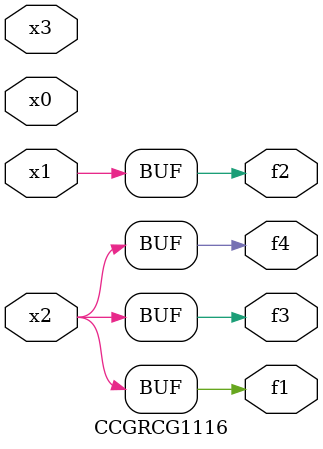
<source format=v>
module CCGRCG1116(
	input x0, x1, x2, x3,
	output f1, f2, f3, f4
);
	assign f1 = x2;
	assign f2 = x1;
	assign f3 = x2;
	assign f4 = x2;
endmodule

</source>
